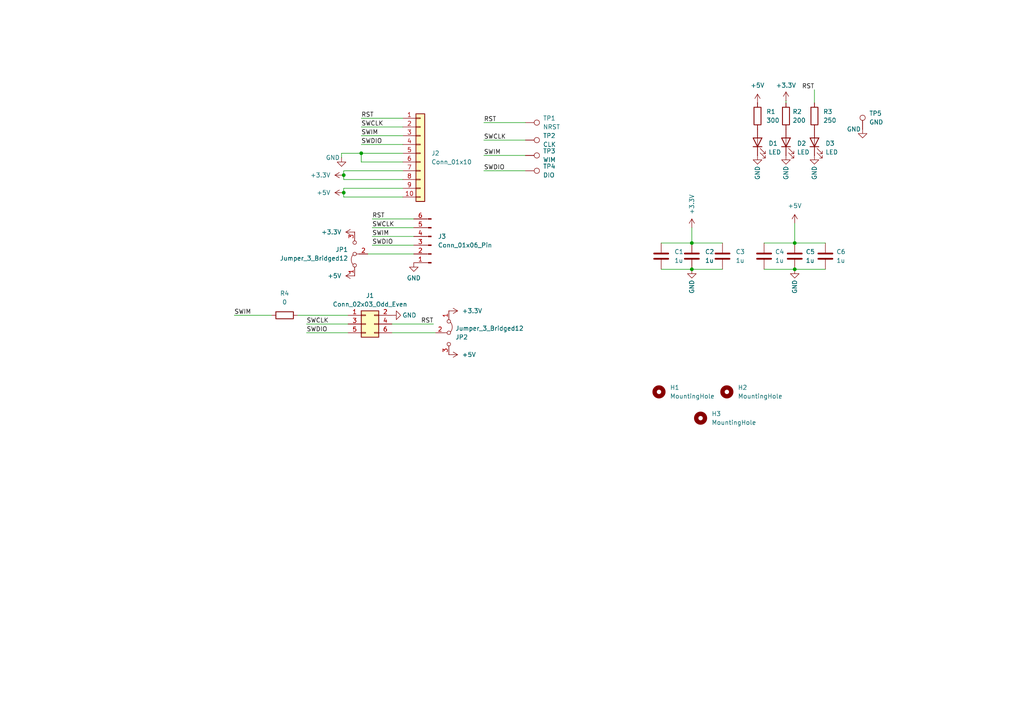
<source format=kicad_sch>
(kicad_sch (version 20231120) (generator "eeschema") (generator_version "8.0")
  (paper "A4")
  (lib_symbols
    (symbol "Connector:Conn_01x06_Pin" (pin_names (offset 1.016) hide)
      (property "Reference" "J" (at 0 7.62 0))
      (property "Value" "Conn_01x06_Pin" (at 0 -10.16 0))
      (symbol "Conn_01x06_Pin_1_1"
        (polyline (pts (xy 1.27 -7.62) (xy 0.8636 -7.62)) (stroke (width 0.1524)))
        (polyline (pts (xy 1.27 -5.08) (xy 0.8636 -5.08)) (stroke (width 0.1524)))
        (polyline (pts (xy 1.27 -2.54) (xy 0.8636 -2.54)) (stroke (width 0.1524)))
        (polyline (pts (xy 1.27 0) (xy 0.8636 0)) (stroke (width 0.1524)))
        (polyline (pts (xy 1.27 2.54) (xy 0.8636 2.54)) (stroke (width 0.1524)))
        (polyline (pts (xy 1.27 5.08) (xy 0.8636 5.08)) (stroke (width 0.1524)))
        (rectangle (start 0.8636 -7.493) (end 0 -7.747) (stroke (width 0.1524)) (fill (type outline)))
        (rectangle (start 0.8636 -4.953) (end 0 -5.207) (stroke (width 0.1524)) (fill (type outline)))
        (rectangle (start 0.8636 -2.413) (end 0 -2.667) (stroke (width 0.1524)) (fill (type outline)))
        (rectangle (start 0.8636 0.127) (end 0 -0.127) (stroke (width 0.1524)) (fill (type outline)))
        (rectangle (start 0.8636 2.667) (end 0 2.413) (stroke (width 0.1524)) (fill (type outline)))
        (rectangle (start 0.8636 5.207) (end 0 4.953) (stroke (width 0.1524)) (fill (type outline)))
        (pin passive line (at 5.08 5.08 180) (length 3.81) (name "Pin_1") (number "1"))
        (pin passive line (at 5.08 2.54 180) (length 3.81) (name "Pin_2") (number "2"))
        (pin passive line (at 5.08 0 180) (length 3.81) (name "Pin_3") (number "3"))
        (pin passive line (at 5.08 -2.54 180) (length 3.81) (name "Pin_4") (number "4"))
        (pin passive line (at 5.08 -5.08 180) (length 3.81) (name "Pin_5") (number "5"))
        (pin passive line (at 5.08 -7.62 180) (length 3.81) (name "Pin_6") (number "6"))
      )
    )
    (symbol "Connector:TestPoint" (pin_numbers hide) (pin_names (offset 0.762) hide)
      (property "Reference" "TP" (at 0 6.858 0))
      (property "Value" "TestPoint" (at 0 5.08 0))
      (symbol "TestPoint_0_1"
        (circle (center 0 3.302) (radius 0.762))
      )
      (symbol "TestPoint_1_1"
        (pin passive line (at 0 0 90) (length 2.54) (name "1") (number "1"))
      )
    )
    (symbol "Connector_Generic:Conn_01x10" (pin_names (offset 1.016) hide)
      (property "Reference" "J" (at 0 12.7 0))
      (property "Value" "Conn_01x10" (at 0 -15.24 0))
      (symbol "Conn_01x10_1_1"
        (rectangle (start -1.27 -12.573) (end 0 -12.827) (stroke (width 0.1524)))
        (rectangle (start -1.27 -10.033) (end 0 -10.287) (stroke (width 0.1524)))
        (rectangle (start -1.27 -7.493) (end 0 -7.747) (stroke (width 0.1524)))
        (rectangle (start -1.27 -4.953) (end 0 -5.207) (stroke (width 0.1524)))
        (rectangle (start -1.27 -2.413) (end 0 -2.667) (stroke (width 0.1524)))
        (rectangle (start -1.27 0.127) (end 0 -0.127) (stroke (width 0.1524)))
        (rectangle (start -1.27 2.667) (end 0 2.413) (stroke (width 0.1524)))
        (rectangle (start -1.27 5.207) (end 0 4.953) (stroke (width 0.1524)))
        (rectangle (start -1.27 7.747) (end 0 7.493) (stroke (width 0.1524)))
        (rectangle (start -1.27 10.287) (end 0 10.033) (stroke (width 0.1524)))
        (rectangle (start -1.27 11.43) (end 1.27 -13.97) (stroke (width 0.254)) (fill (type background)))
        (pin passive line (at -5.08 10.16 0) (length 3.81) (name "Pin_1") (number "1"))
        (pin passive line (at -5.08 -12.7 0) (length 3.81) (name "Pin_10") (number "10"))
        (pin passive line (at -5.08 7.62 0) (length 3.81) (name "Pin_2") (number "2"))
        (pin passive line (at -5.08 5.08 0) (length 3.81) (name "Pin_3") (number "3"))
        (pin passive line (at -5.08 2.54 0) (length 3.81) (name "Pin_4") (number "4"))
        (pin passive line (at -5.08 0 0) (length 3.81) (name "Pin_5") (number "5"))
        (pin passive line (at -5.08 -2.54 0) (length 3.81) (name "Pin_6") (number "6"))
        (pin passive line (at -5.08 -5.08 0) (length 3.81) (name "Pin_7") (number "7"))
        (pin passive line (at -5.08 -7.62 0) (length 3.81) (name "Pin_8") (number "8"))
        (pin passive line (at -5.08 -10.16 0) (length 3.81) (name "Pin_9") (number "9"))
      )
    )
    (symbol "Connector_Generic:Conn_02x03_Odd_Even" (pin_names (offset 1.016) hide)
      (property "Reference" "J" (at 1.27 5.08 0))
      (property "Value" "Conn_02x03_Odd_Even" (at 1.27 -5.08 0))
      (symbol "Conn_02x03_Odd_Even_1_1"
        (rectangle (start -1.27 -2.413) (end 0 -2.667) (stroke (width 0.1524)))
        (rectangle (start -1.27 0.127) (end 0 -0.127) (stroke (width 0.1524)))
        (rectangle (start -1.27 2.667) (end 0 2.413) (stroke (width 0.1524)))
        (rectangle (start -1.27 3.81) (end 3.81 -3.81) (stroke (width 0.254)) (fill (type background)))
        (rectangle (start 3.81 -2.413) (end 2.54 -2.667) (stroke (width 0.1524)))
        (rectangle (start 3.81 0.127) (end 2.54 -0.127) (stroke (width 0.1524)))
        (rectangle (start 3.81 2.667) (end 2.54 2.413) (stroke (width 0.1524)))
        (pin passive line (at -5.08 2.54 0) (length 3.81) (name "Pin_1") (number "1"))
        (pin passive line (at 7.62 2.54 180) (length 3.81) (name "Pin_2") (number "2"))
        (pin passive line (at -5.08 0 0) (length 3.81) (name "Pin_3") (number "3"))
        (pin passive line (at 7.62 0 180) (length 3.81) (name "Pin_4") (number "4"))
        (pin passive line (at -5.08 -2.54 0) (length 3.81) (name "Pin_5") (number "5"))
        (pin passive line (at 7.62 -2.54 180) (length 3.81) (name "Pin_6") (number "6"))
      )
    )
    (symbol "Device:C" (pin_numbers hide) (pin_names (offset 0.254))
      (property "Reference" "C" (at 0.635 2.54 0))
      (property "Value" "C" (at 0.635 -2.54 0))
      (symbol "C_0_1"
        (polyline (pts (xy -2.032 -0.762) (xy 2.032 -0.762)) (stroke (width 0.508)))
        (polyline (pts (xy -2.032 0.762) (xy 2.032 0.762)) (stroke (width 0.508)))
      )
      (symbol "C_1_1"
        (pin passive line (at 0 3.81 270) (length 2.794) (name "~") (number "1"))
        (pin passive line (at 0 -3.81 90) (length 2.794) (name "~") (number "2"))
      )
    )
    (symbol "Device:LED" (pin_numbers hide) (pin_names (offset 1.016) hide)
      (property "Reference" "D" (at 0 2.54 0))
      (property "Value" "LED" (at 0 -2.54 0))
      (symbol "LED_0_1"
        (polyline (pts (xy -1.27 -1.27) (xy -1.27 1.27)) (stroke (width 0.254)))
        (polyline (pts (xy -1.27 0) (xy 1.27 0)))
        (polyline (pts (xy 1.27 -1.27) (xy 1.27 1.27) (xy -1.27 0) (xy 1.27 -1.27)) (stroke (width 0.254)))
        (polyline (pts (xy -3.048 -0.762) (xy -4.572 -2.286) (xy -3.81 -2.286) (xy -4.572 -2.286) (xy -4.572 -1.524)))
        (polyline (pts (xy -1.778 -0.762) (xy -3.302 -2.286) (xy -2.54 -2.286) (xy -3.302 -2.286) (xy -3.302 -1.524)))
      )
      (symbol "LED_1_1"
        (pin passive line (at -3.81 0 0) (length 2.54) (name "K") (number "1"))
        (pin passive line (at 3.81 0 180) (length 2.54) (name "A") (number "2"))
      )
    )
    (symbol "Device:R" (pin_numbers hide) (pin_names (offset 0))
      (property "Reference" "R" (at 2.032 0 90))
      (property "Value" "R" (at 0 0 90))
      (symbol "R_0_1"
        (rectangle (start -1.016 -2.54) (end 1.016 2.54) (stroke (width 0.254)))
      )
      (symbol "R_1_1"
        (pin passive line (at 0 3.81 270) (length 1.27) (name "~") (number "1"))
        (pin passive line (at 0 -3.81 90) (length 1.27) (name "~") (number "2"))
      )
    )
    (symbol "Jumper:Jumper_3_Bridged12" (pin_names (offset 0) hide)
      (property "Reference" "JP" (at -2.54 -2.54 0))
      (property "Value" "Jumper_3_Bridged12" (at 0 2.794 0))
      (symbol "Jumper_3_Bridged12_0_0"
        (circle (center -3.302 0) (radius 0.508))
        (circle (center 0 0) (radius 0.508))
        (circle (center 3.302 0) (radius 0.508))
      )
      (symbol "Jumper_3_Bridged12_0_1"
        (arc (start -0.254 0.508) (mid -1.651 0.9912) (end -3.048 0.508))
        (polyline (pts (xy 0 -1.27) (xy 0 -0.508)))
      )
      (symbol "Jumper_3_Bridged12_1_1"
        (pin passive line (at -6.35 0 0) (length 2.54) (name "A") (number "1"))
        (pin passive line (at 0 -3.81 90) (length 2.54) (name "C") (number "2"))
        (pin passive line (at 6.35 0 180) (length 2.54) (name "B") (number "3"))
      )
    )
    (symbol "Mechanical:MountingHole" (pin_names (offset 1.016))
      (property "Reference" "H" (at 0 5.08 0))
      (property "Value" "MountingHole" (at 0 3.175 0))
      (symbol "MountingHole_0_1"
        (circle (center 0 0) (radius 1.27) (stroke (width 1.27)))
      )
    )
    (symbol "power:+3.3V" (power) (pin_numbers hide) (pin_names (offset 0) hide)
      (property "Value" "+3.3V" (at 0 3.556 0))
      (symbol "+3.3V_0_1"
        (polyline (pts (xy -0.762 1.27) (xy 0 2.54)))
        (polyline (pts (xy 0 0) (xy 0 2.54)))
        (polyline (pts (xy 0 2.54) (xy 0.762 1.27)))
      )
      (symbol "+3.3V_1_1"
        (pin power_in line (at 0 0 90) (length 0) (name "~") (number "1"))
      )
    )
    (symbol "power:+5V" (power) (pin_numbers hide) (pin_names (offset 0) hide)
      (property "Value" "+5V" (at 0 3.556 0))
      (symbol "+5V_0_1"
        (polyline (pts (xy -0.762 1.27) (xy 0 2.54)))
        (polyline (pts (xy 0 0) (xy 0 2.54)))
        (polyline (pts (xy 0 2.54) (xy 0.762 1.27)))
      )
      (symbol "+5V_1_1"
        (pin power_in line (at 0 0 90) (length 0) (name "~") (number "1"))
      )
    )
    (symbol "power:GND" (power) (pin_numbers hide) (pin_names (offset 0) hide)
      (property "Value" "GND" (at 0 -3.81 0))
      (symbol "GND_0_1"
        (polyline (pts (xy 0 0) (xy 0 -1.27) (xy 1.27 -1.27) (xy 0 -2.54) (xy -1.27 -1.27) (xy 0 -1.27)))
      )
      (symbol "GND_1_1"
        (pin power_in line (at 0 0 270) (length 0) (name "~") (number "1"))
      )
    )
  )
  (junction (at 99.695 55.88))
  (junction (at 230.505 78.105))
  (junction (at 99.695 50.8))
  (junction (at 200.66 70.485))
  (junction (at 200.66 78.105))
  (junction (at 230.505 70.485))
  (junction (at 104.775 44.45))
  (wire (pts (xy 99.695 54.61) (xy 99.695 55.88)))
  (wire (pts (xy 99.695 52.07) (xy 116.84 52.07)))
  (wire (pts (xy 107.95 66.04) (xy 120.015 66.04)))
  (wire (pts (xy 104.775 44.45) (xy 116.84 44.45)))
  (wire (pts (xy 107.95 71.12) (xy 120.015 71.12)))
  (wire (pts (xy 88.9 93.98) (xy 100.965 93.98)))
  (wire (pts (xy 227.965 29.21) (xy 227.965 29.845)))
  (wire (pts (xy 104.775 34.29) (xy 116.84 34.29)))
  (wire (pts (xy 86.36 91.44) (xy 100.965 91.44)))
  (wire (pts (xy 99.695 54.61) (xy 116.84 54.61)))
  (wire (pts (xy 230.505 78.105) (xy 239.395 78.105)))
  (wire (pts (xy 221.615 78.105) (xy 230.505 78.105)))
  (wire (pts (xy 191.77 78.105) (xy 200.66 78.105)))
  (wire (pts (xy 99.06 44.45) (xy 104.775 44.45)))
  (wire (pts (xy 104.775 46.99) (xy 116.84 46.99)))
  (wire (pts (xy 106.68 73.66) (xy 120.015 73.66)))
  (wire (pts (xy 200.66 70.485) (xy 209.55 70.485)))
  (wire (pts (xy 191.77 70.485) (xy 200.66 70.485)))
  (wire (pts (xy 221.615 70.485) (xy 230.505 70.485)))
  (wire (pts (xy 99.695 52.07) (xy 99.695 50.8)))
  (wire (pts (xy 236.22 26.035) (xy 236.22 29.845)))
  (wire (pts (xy 107.95 68.58) (xy 120.015 68.58)))
  (wire (pts (xy 125.73 93.98) (xy 113.665 93.98)))
  (wire (pts (xy 140.335 40.64) (xy 152.4 40.64)))
  (wire (pts (xy 104.775 41.91) (xy 116.84 41.91)))
  (wire (pts (xy 99.695 49.53) (xy 99.695 50.8)))
  (wire (pts (xy 104.775 39.37) (xy 116.84 39.37)))
  (wire (pts (xy 99.695 49.53) (xy 116.84 49.53)))
  (wire (pts (xy 88.9 96.52) (xy 100.965 96.52)))
  (wire (pts (xy 200.66 66.04) (xy 200.66 70.485)))
  (wire (pts (xy 113.665 96.52) (xy 126.365 96.52)))
  (wire (pts (xy 230.505 70.485) (xy 239.395 70.485)))
  (wire (pts (xy 230.505 64.77) (xy 230.505 70.485)))
  (wire (pts (xy 140.335 49.53) (xy 152.4 49.53)))
  (wire (pts (xy 107.95 63.5) (xy 120.015 63.5)))
  (wire (pts (xy 104.775 46.99) (xy 104.775 44.45)))
  (wire (pts (xy 67.945 91.44) (xy 78.74 91.44)))
  (wire (pts (xy 200.66 78.105) (xy 209.55 78.105)))
  (wire (pts (xy 99.06 44.45) (xy 99.06 45.72)))
  (wire (pts (xy 99.695 55.88) (xy 99.695 57.15)))
  (wire (pts (xy 140.335 35.56) (xy 152.4 35.56)))
  (wire (pts (xy 140.335 45.085) (xy 152.4 45.085)))
  (wire (pts (xy 99.695 57.15) (xy 116.84 57.15)))
  (wire (pts (xy 104.775 36.83) (xy 116.84 36.83)))
  (label "RST" (at 107.95 63.5 0))
  (label "SWCLK" (at 107.95 66.04 0))
  (label "SWIM" (at 140.335 45.085 0))
  (label "SWDIO" (at 140.335 49.53 0))
  (label "SWIM" (at 107.95 68.58 0))
  (label "SWIM" (at 67.945 91.44 0))
  (label "SWCLK" (at 140.335 40.64 0))
  (label "SWDIO" (at 88.9 96.52 0))
  (label "RST" (at 104.775 34.29 0))
  (label "RST" (at 140.335 35.56 0))
  (label "RST" (at 125.73 93.98 180))
  (label "SWCLK" (at 88.9 93.98 0))
  (label "SWCLK" (at 104.775 36.83 0))
  (label "RST" (at 236.22 26.035 180))
  (label "SWDIO" (at 104.775 41.91 0))
  (label "SWDIO" (at 107.95 71.12 0))
  (label "SWIM" (at 104.775 39.37 0))
  (symbol (lib_id "power:+3.3V") (at 227.965 29.21 0) (unit 1)
    (property "Reference" "#PWR014" (effects (hide yes)))
    (property "Value" "+3.3V" (at 227.965 24.765 0))
    (property "Description" "Power symbol creates a global label with name \"+3.3V\"" (effects (hide yes)))
  )
  (symbol (lib_id "Connector:TestPoint") (at 152.4 35.56 270) (unit 1)
    (property "Reference" "TP1" (at 157.48 34.2899 90) (effects (justify left)))
    (property "Value" "NRST" (at 157.48 36.8299 90) (effects (justify left)))
    (property "Footprint" "TestPoint:TestPoint_Bridge_Pitch2.54mm_Drill1.3mm" (effects (hide yes)))
    (property "Description" "test point" (effects (hide yes)))
  )
  (symbol (lib_id "Device:C") (at 209.55 74.295 0) (unit 1)
    (property "Reference" "C3" (at 213.36 73.0249 0) (effects (justify left)))
    (property "Value" "1u" (at 213.36 75.5649 0) (effects (justify left)))
    (property "Footprint" "Capacitor_SMD:C_0805_2012Metric" (effects (hide yes)))
    (property "Description" "Unpolarized capacitor" (effects (hide yes)))
  )
  (symbol (lib_id "Mechanical:MountingHole") (at 191.135 113.665 0) (unit 1)
    (property "Reference" "H1" (at 194.31 112.3949 0) (effects (justify left)))
    (property "Value" "MountingHole" (at 194.31 114.9349 0) (effects (justify left)))
    (property "Footprint" "MountingHole:MountingHole_3.2mm_M3_DIN965_Pad" (effects (hide yes)))
    (property "Description" "Mounting Hole without connection" (effects (hide yes)))
  )
  (symbol (lib_id "power:+5V") (at 102.87 80.01 90) (unit 1)
    (property "Reference" "#PWR05" (effects (hide yes)))
    (property "Value" "+5V" (at 99.06 80.0099 90) (effects (justify left)))
    (property "Description" "Power symbol creates a global label with name \"+5V\"" (effects (hide yes)))
  )
  (symbol (lib_id "power:+3.3V") (at 200.66 66.04 0) (unit 1)
    (property "Reference" "#PWR010" (effects (hide yes)))
    (property "Value" "+3.3V" (at 200.6601 62.23 90) (effects (justify left)))
    (property "Description" "Power symbol creates a global label with name \"+3.3V\"" (effects (hide yes)))
  )
  (symbol (lib_id "Device:R") (at 82.55 91.44 90) (unit 1)
    (property "Reference" "R4" (at 82.55 85.09 90))
    (property "Value" "0" (at 82.55 87.63 90))
    (property "Footprint" "Resistor_SMD:R_0805_2012Metric" (effects (hide yes)))
    (property "Description" "Resistor" (effects (hide yes)))
  )
  (symbol (lib_id "power:GND") (at 230.505 78.105 0) (unit 1)
    (property "Reference" "#PWR017" (effects (hide yes)))
    (property "Value" "GND" (at 230.505 83.185 90))
    (property "Description" "Power symbol creates a global label with name \"GND\" , ground" (effects (hide yes)))
  )
  (symbol (lib_id "Connector:TestPoint") (at 250.19 37.465 0) (unit 1)
    (property "Reference" "TP5" (at 252.095 32.8929 0) (effects (justify left)))
    (property "Value" "GND" (at 252.095 35.4329 0) (effects (justify left)))
    (property "Footprint" "TestPoint:TestPoint_Bridge_Pitch2.54mm_Drill1.3mm" (effects (hide yes)))
    (property "Description" "test point" (effects (hide yes)))
  )
  (symbol (lib_id "power:+3.3V") (at 130.175 90.17 270) (unit 1)
    (property "Reference" "#PWR08" (effects (hide yes)))
    (property "Value" "+3.3V" (at 133.985 90.1701 90) (effects (justify left)))
    (property "Description" "Power symbol creates a global label with name \"+3.3V\"" (effects (hide yes)))
  )
  (symbol (lib_id "Device:R") (at 227.965 33.655 0) (unit 1)
    (property "Reference" "R2" (at 229.87 32.3849 0) (effects (justify left)))
    (property "Value" "200" (at 229.87 34.9249 0) (effects (justify left)))
    (property "Footprint" "Resistor_SMD:R_0805_2012Metric" (effects (hide yes)))
    (property "Description" "Resistor" (effects (hide yes)))
  )
  (symbol (lib_id "Connector_Generic:Conn_01x10") (at 121.92 44.45 0) (unit 1)
    (property "Reference" "J2" (at 125.095 44.4499 0) (effects (justify left)))
    (property "Value" "Conn_01x10" (at 125.095 46.9899 0) (effects (justify left)))
    (property "Footprint" "Connector_IDC:IDC-Header_2x05_P2.54mm_Vertical" (effects (hide yes)))
    (property "Description" "Generic connector, single row, 01x10, script generated (kicad-library-utils/schlib/autogen/connector/)" (effects (hide yes)))
  )
  (symbol (lib_id "power:+5V") (at 130.175 102.87 270) (unit 1)
    (property "Reference" "#PWR09" (effects (hide yes)))
    (property "Value" "+5V" (at 133.985 102.8701 90) (effects (justify left)))
    (property "Description" "Power symbol creates a global label with name \"+5V\"" (effects (hide yes)))
  )
  (symbol (lib_id "power:GND") (at 99.06 45.72 0) (unit 1)
    (property "Reference" "#PWR01" (effects (hide yes)))
    (property "Value" "GND" (at 96.52 45.72 0))
    (property "Description" "Power symbol creates a global label with name \"GND\" , ground" (effects (hide yes)))
  )
  (symbol (lib_id "Device:C") (at 230.505 74.295 0) (unit 1)
    (property "Reference" "C5" (at 233.68 73.0249 0) (effects (justify left)))
    (property "Value" "1u" (at 233.68 75.5649 0) (effects (justify left)))
    (property "Footprint" "Capacitor_SMD:C_0805_2012Metric" (effects (hide yes)))
    (property "Description" "Unpolarized capacitor" (effects (hide yes)))
  )
  (symbol (lib_id "Jumper:Jumper_3_Bridged12") (at 130.175 96.52 270) (unit 1)
    (property "Reference" "JP2" (at 132.08 97.7901 90) (effects (justify left)))
    (property "Value" "Jumper_3_Bridged12" (at 132.08 95.2501 90) (effects (justify left)))
    (property "Footprint" "Jumper:SolderJumper-3_P1.3mm_Bridged2Bar12_Pad1.0x1.5mm_NumberLabels" (effects (hide yes)))
    (property "Description" "Jumper, 3-pole, pins 1+2 closed/bridged" (effects (hide yes)))
  )
  (symbol (lib_id "power:+5V") (at 99.695 55.88 90) (unit 1)
    (property "Reference" "#PWR03" (effects (hide yes)))
    (property "Value" "+5V" (at 95.885 55.8799 90) (effects (justify left)))
    (property "Description" "Power symbol creates a global label with name \"+5V\"" (effects (hide yes)))
  )
  (symbol (lib_id "Connector:TestPoint") (at 152.4 49.53 270) (unit 1)
    (property "Reference" "TP4" (at 157.48 48.2599 90) (effects (justify left)))
    (property "Value" "DIO" (at 157.48 50.7999 90) (effects (justify left)))
    (property "Footprint" "TestPoint:TestPoint_Bridge_Pitch2.54mm_Drill1.3mm" (effects (hide yes)))
    (property "Description" "test point" (effects (hide yes)))
  )
  (symbol (lib_id "Mechanical:MountingHole") (at 210.82 113.665 0) (unit 1)
    (property "Reference" "H2" (at 213.995 112.3949 0) (effects (justify left)))
    (property "Value" "MountingHole" (at 213.995 114.9349 0) (effects (justify left)))
    (property "Footprint" "MountingHole:MountingHole_3.2mm_M3_DIN965_Pad" (effects (hide yes)))
    (property "Description" "Mounting Hole without connection" (effects (hide yes)))
  )
  (symbol (lib_id "Device:C") (at 200.66 74.295 0) (unit 1)
    (property "Reference" "C2" (at 204.47 73.0249 0) (effects (justify left)))
    (property "Value" "1u" (at 204.47 75.5649 0) (effects (justify left)))
    (property "Footprint" "Capacitor_SMD:C_0805_2012Metric" (effects (hide yes)))
    (property "Description" "Unpolarized capacitor" (effects (hide yes)))
  )
  (symbol (lib_id "Device:LED") (at 227.965 41.275 90) (unit 1)
    (property "Reference" "D2" (at 231.14 41.5924 90) (effects (justify right)))
    (property "Value" "LED" (at 231.14 44.1324 90) (effects (justify right)))
    (property "Footprint" "LED_SMD:LED_0805_2012Metric" (effects (hide yes)))
    (property "Description" "Light emitting diode" (effects (hide yes)))
  )
  (symbol (lib_id "power:+3.3V") (at 99.695 50.8 90) (unit 1)
    (property "Reference" "#PWR02" (effects (hide yes)))
    (property "Value" "+3.3V" (at 95.885 50.7999 90) (effects (justify left)))
    (property "Description" "Power symbol creates a global label with name \"+3.3V\"" (effects (hide yes)))
  )
  (symbol (lib_id "Connector:TestPoint") (at 152.4 40.64 270) (unit 1)
    (property "Reference" "TP2" (at 157.48 39.3699 90) (effects (justify left)))
    (property "Value" "CLK" (at 157.48 41.9099 90) (effects (justify left)))
    (property "Footprint" "TestPoint:TestPoint_Bridge_Pitch2.54mm_Drill1.3mm" (effects (hide yes)))
    (property "Description" "test point" (effects (hide yes)))
  )
  (symbol (lib_id "Device:C") (at 221.615 74.295 0) (unit 1)
    (property "Reference" "C4" (at 224.79 73.0249 0) (effects (justify left)))
    (property "Value" "1u" (at 224.79 75.5649 0) (effects (justify left)))
    (property "Footprint" "Capacitor_SMD:C_0805_2012Metric" (effects (hide yes)))
    (property "Description" "Unpolarized capacitor" (effects (hide yes)))
  )
  (symbol (lib_id "Connector:Conn_01x06_Pin") (at 125.095 71.12 180) (unit 1)
    (property "Reference" "J3" (at 127 68.5799 0) (effects (justify right)))
    (property "Value" "Conn_01x06_Pin" (at 127 71.1199 0) (effects (justify right)))
    (property "Footprint" "Connector_PinHeader_2.54mm:PinHeader_1x06_P2.54mm_Horizontal" (effects (hide yes)))
    (property "Description" "Generic connector, single row, 01x06, script generated" (effects (hide yes)))
  )
  (symbol (lib_id "power:GND") (at 113.665 91.44 90) (unit 1)
    (property "Reference" "#PWR06" (effects (hide yes)))
    (property "Value" "GND" (at 118.745 91.44 90))
    (property "Description" "Power symbol creates a global label with name \"GND\" , ground" (effects (hide yes)))
  )
  (symbol (lib_id "Connector:TestPoint") (at 152.4 45.085 270) (unit 1)
    (property "Reference" "TP3" (at 157.48 43.8149 90) (effects (justify left)))
    (property "Value" "WIM" (at 157.48 46.3549 90) (effects (justify left)))
    (property "Footprint" "TestPoint:TestPoint_Bridge_Pitch2.54mm_Drill1.3mm" (effects (hide yes)))
    (property "Description" "test point" (effects (hide yes)))
  )
  (symbol (lib_id "power:GND") (at 219.71 45.085 0) (unit 1)
    (property "Reference" "#PWR013" (effects (hide yes)))
    (property "Value" "GND" (at 219.71 50.165 90))
    (property "Description" "Power symbol creates a global label with name \"GND\" , ground" (effects (hide yes)))
  )
  (symbol (lib_id "Jumper:Jumper_3_Bridged12") (at 102.87 73.66 90) (unit 1)
    (property "Reference" "JP1" (at 100.965 72.3899 90) (effects (justify left)))
    (property "Value" "Jumper_3_Bridged12" (at 100.965 74.9299 90) (effects (justify left)))
    (property "Footprint" "Connector_PinHeader_2.54mm:PinHeader_1x03_P2.54mm_Vertical" (effects (hide yes)))
    (property "Description" "Jumper, 3-pole, pins 1+2 closed/bridged" (effects (hide yes)))
  )
  (symbol (lib_id "Device:LED") (at 219.71 41.275 90) (unit 1)
    (property "Reference" "D1" (at 222.885 41.5924 90) (effects (justify right)))
    (property "Value" "LED" (at 222.885 44.1324 90) (effects (justify right)))
    (property "Footprint" "LED_SMD:LED_0805_2012Metric" (effects (hide yes)))
    (property "Description" "Light emitting diode" (effects (hide yes)))
  )
  (symbol (lib_id "power:GND") (at 200.66 78.105 0) (unit 1)
    (property "Reference" "#PWR011" (effects (hide yes)))
    (property "Value" "GND" (at 200.66 83.185 90))
    (property "Description" "Power symbol creates a global label with name \"GND\" , ground" (effects (hide yes)))
  )
  (symbol (lib_id "power:GND") (at 227.965 45.085 0) (unit 1)
    (property "Reference" "#PWR015" (effects (hide yes)))
    (property "Value" "GND" (at 227.965 50.165 90))
    (property "Description" "Power symbol creates a global label with name \"GND\" , ground" (effects (hide yes)))
  )
  (symbol (lib_id "power:+5V") (at 219.71 29.845 0) (unit 1)
    (property "Reference" "#PWR012" (effects (hide yes)))
    (property "Value" "+5V" (at 219.71 24.765 0))
    (property "Description" "Power symbol creates a global label with name \"+5V\"" (effects (hide yes)))
  )
  (symbol (lib_id "power:GND") (at 120.015 76.2 0) (unit 1)
    (property "Reference" "#PWR07" (effects (hide yes)))
    (property "Value" "GND" (at 120.015 80.645 0))
    (property "Description" "Power symbol creates a global label with name \"GND\" , ground" (effects (hide yes)))
  )
  (symbol (lib_id "Device:C") (at 239.395 74.295 0) (unit 1)
    (property "Reference" "C6" (at 242.57 73.0249 0) (effects (justify left)))
    (property "Value" "1u" (at 242.57 75.5649 0) (effects (justify left)))
    (property "Footprint" "Capacitor_SMD:C_0805_2012Metric" (effects (hide yes)))
    (property "Description" "Unpolarized capacitor" (effects (hide yes)))
  )
  (symbol (lib_id "Connector_Generic:Conn_02x03_Odd_Even") (at 106.045 93.98 0) (unit 1)
    (property "Reference" "J1" (at 107.315 85.725 0))
    (property "Value" "Conn_02x03_Odd_Even" (at 107.315 88.265 0))
    (property "Footprint" "Connector_PinHeader_2.54mm:PinHeader_2x03_P2.54mm_Vertical" (effects (hide yes)))
    (property "Description" "Generic connector, double row, 02x03, odd/even pin numbering scheme (row 1 odd numbers, row 2 even numbers), script generated (kicad-library-utils/schlib/autogen/connector/)" (effects (hide yes)))
  )
  (symbol (lib_id "power:GND") (at 236.22 45.085 0) (unit 1)
    (property "Reference" "#PWR018" (effects (hide yes)))
    (property "Value" "GND" (at 236.22 50.165 90))
    (property "Description" "Power symbol creates a global label with name \"GND\" , ground" (effects (hide yes)))
  )
  (symbol (lib_id "power:+3.3V") (at 102.87 67.31 90) (unit 1)
    (property "Reference" "#PWR04" (effects (hide yes)))
    (property "Value" "+3.3V" (at 99.06 67.3099 90) (effects (justify left)))
    (property "Description" "Power symbol creates a global label with name \"+3.3V\"" (effects (hide yes)))
  )
  (symbol (lib_id "power:+5V") (at 230.505 64.77 0) (unit 1)
    (property "Reference" "#PWR016" (effects (hide yes)))
    (property "Value" "+5V" (at 230.505 59.69 0))
    (property "Description" "Power symbol creates a global label with name \"+5V\"" (effects (hide yes)))
  )
  (symbol (lib_id "Device:R") (at 236.22 33.655 0) (unit 1)
    (property "Reference" "R3" (at 238.76 32.3849 0) (effects (justify left)))
    (property "Value" "250" (at 238.76 34.9249 0) (effects (justify left)))
    (property "Footprint" "Resistor_SMD:R_0805_2012Metric" (effects (hide yes)))
    (property "Description" "Resistor" (effects (hide yes)))
  )
  (symbol (lib_id "Device:R") (at 219.71 33.655 0) (unit 1)
    (property "Reference" "R1" (at 222.25 32.3849 0) (effects (justify left)))
    (property "Value" "300" (at 222.25 34.9249 0) (effects (justify left)))
    (property "Footprint" "Resistor_SMD:R_0805_2012Metric" (effects (hide yes)))
    (property "Description" "Resistor" (effects (hide yes)))
  )
  (symbol (lib_id "Device:LED") (at 236.22 41.275 90) (unit 1)
    (property "Reference" "D3" (at 239.395 41.5924 90) (effects (justify right)))
    (property "Value" "LED" (at 239.395 44.1324 90) (effects (justify right)))
    (property "Footprint" "LED_SMD:LED_0805_2012Metric" (effects (hide yes)))
    (property "Description" "Light emitting diode" (effects (hide yes)))
  )
  (symbol (lib_id "power:GND") (at 250.19 37.465 0) (unit 1)
    (property "Reference" "#PWR019" (effects (hide yes)))
    (property "Value" "GND" (at 247.65 37.465 0))
    (property "Description" "Power symbol creates a global label with name \"GND\" , ground" (effects (hide yes)))
  )
  (symbol (lib_id "Mechanical:MountingHole") (at 203.2 121.285 0) (unit 1)
    (property "Reference" "H3" (at 206.375 120.0149 0) (effects (justify left)))
    (property "Value" "MountingHole" (at 206.375 122.5549 0) (effects (justify left)))
    (property "Footprint" "MountingHole:MountingHole_3.2mm_M3_DIN965_Pad" (effects (hide yes)))
    (property "Description" "Mounting Hole without connection" (effects (hide yes)))
  )
  (symbol (lib_id "Device:C") (at 191.77 74.295 0) (unit 1)
    (property "Reference" "C1" (at 195.58 73.0249 0) (effects (justify left)))
    (property "Value" "1u" (at 195.58 75.5649 0) (effects (justify left)))
    (property "Footprint" "Capacitor_SMD:C_0805_2012Metric" (effects (hide yes)))
    (property "Description" "Unpolarized capacitor" (effects (hide yes)))
  )
)
</source>
